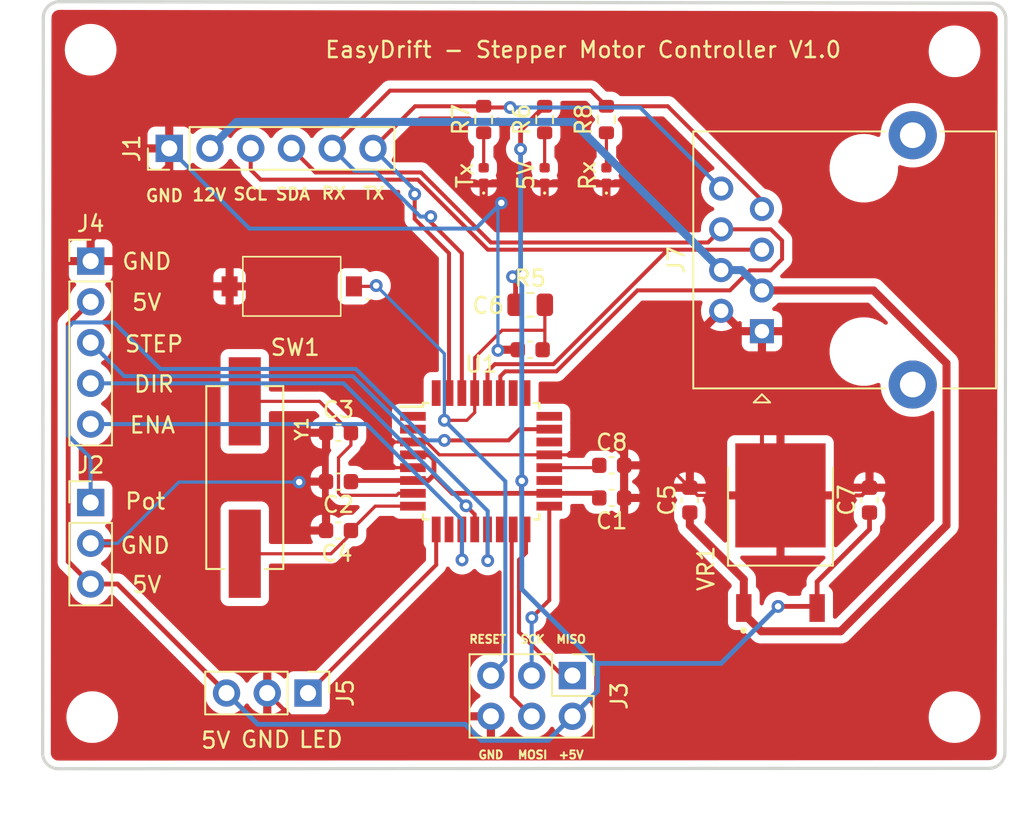
<source format=kicad_pcb>
(kicad_pcb (version 20211014) (generator pcbnew)
  (layers (0 "F.Cu" signal) (31 "B.Cu" signal) (34 "B.Paste" user) (35 "F.Paste" user) (36 "B.SilkS" user "B.Silkscreen") (37 "F.SilkS" user "F.Silkscreen") (38 "B.Mask" user) (39 "F.Mask" user) (44 "Edge.Cuts" user))
  (net 0 "")
  (net 1 "Net-(C3-Pad2)")
  (net 2 "Net-(C4-Pad2)")
  (net 3 "+12V")
  (net 4 "+5V")
  (net 5 "GND")
  (net 6 "/Reset")
  (net 7 "Net-(D5-Pad2)")
  (net 8 "Net-(D6-Pad2)")
  (net 9 "/TXD")
  (net 10 "Net-(D7-Pad2)")
  (net 11 "/RXD")
  (net 14 "/LED")
  (net 16 "/Enable")
  (net 17 "/Dir")
  (net 18 "/Step")
  (net 20 "/MOSI")
  (net 21 "/MISO")
  (net 22 "/SCK")
  (net 24 "Net-(U1-Pad20)")
  (net 26 "/pot")
  (net 30 "/SDA")
  (net 31 "/SCL")
  (footprint "LED_SMD:LED_0402_1005Metric" (layer "F.Cu") (at 153.3 80.743 90)
    (fp_text reference "5V" (at 0 -1.17 90) (layer "F.SilkS"))
    (fp_text value "LED")
    (fp_circle (center -1.09 0) (end -1.04 0) (layer "F.SilkS") (width 0.1) (fill none))
    (pad "1" smd roundrect (at -0.485 0 90) (size 0.59 0.64) (layers "F.Cu" "F.Paste" "F.Mask") (net 5 "GND"))
    (pad "2" smd roundrect (at 0.485 0 90) (size 0.59 0.64) (layers "F.Cu" "F.Paste" "F.Mask") (net 7 "Net-(D5-Pad2)"))
  )
  (footprint "dylan:PTS636SK25SMTRLFS" (layer "F.Cu") (at 137.5375 87.65 180)
    (fp_text reference "SW1" (at -0.213 -3.81) (layer "F.SilkS"))
    (fp_text value "SW_Push")
    (fp_line (start -3.05 1.85) (end -3.05 -1.85) (layer "F.SilkS") (width 0.1))
    (fp_line (start -3.05 -1.85) (end 3.05 -1.85) (layer "F.SilkS") (width 0.1))
    (fp_line (start 3.05 -1.85) (end 3.05 1.85) (layer "F.SilkS") (width 0.1))
    (fp_line (start 3.05 1.85) (end -3.05 1.85) (layer "F.SilkS") (width 0.1))
    (fp_arc (start -4.8 -0.8) (mid -4.75 -0.85) (end -4.7 -0.8) (layer "F.SilkS") (width 0.1))
    (fp_arc (start -4.7 -0.8) (mid -4.75 -0.75) (end -4.8 -0.8) (layer "F.SilkS") (width 0.1))
    (pad "1" smd rect locked (at -3.875 0 270) (size 1.25 1) (layers "F.Cu" "F.Paste" "F.Mask") (net 6 "/Reset"))
    (pad "2" smd rect locked (at 3.875 0 270) (size 1.25 1) (layers "F.Cu" "F.Paste" "F.Mask") (net 5 "GND"))
  )
  (footprint "Capacitor_SMD:C_0603_1608Metric" (layer "F.Cu") (at 157.48 98.806)
    (fp_text reference "C8" (at 0 -1.43) (layer "F.SilkS"))
    (fp_text value "100nF")
    (fp_line (start -0.14058 0.51) (end 0.14058 0.51) (layer "F.SilkS") (width 0.12))
    (fp_line (start -0.14058 -0.51) (end 0.14058 -0.51) (layer "F.SilkS") (width 0.12))
    (pad "1" smd roundrect (at -0.775 0) (size 0.9 0.95) (layers "F.Cu" "F.Paste" "F.Mask") (net 24 "Net-(U1-Pad20)"))
    (pad "2" smd roundrect (at 0.775 0) (size 0.9 0.95) (layers "F.Cu" "F.Paste" "F.Mask") (net 5 "GND"))
  )
  (footprint "MountingHole:MountingHole_2.2mm_M2" (layer "F.Cu") (at 125.1 114.5)
    (fp_text reference "H2" hide)
    (fp_text value "MountingHole" hide)
    (pad "" np_thru_hole circle (at 0 0) (size 2.2 2.2) (drill 2.2) (layers *.Cu *.Mask))
  )
  (footprint "dylan:TO228P991X255-3N" (layer "F.Cu") (at 168 103 90)
    (fp_text reference "VR1" (at -2.23 -4.635 90) (layer "F.SilkS"))
    (fp_text value "LM78M05CDTX_NOPB")
    (fp_line (start -2.058 -3.27) (end -2.058 3.27) (layer "F.SilkS") (width 0.127))
    (fp_line (start 4.043 -3.27) (end -2.058 -3.27) (layer "F.SilkS") (width 0.127))
    (fp_line (start -2.058 3.27) (end 4.043 3.27) (layer "F.SilkS") (width 0.127))
    (fp_circle (center -6.105 -2.3) (end -6.005 -2.3) (layer "F.SilkS") (width 0.2) (fill none))
    (pad "1" smd rect locked (at -4.7 -2.285 90) (size 1.73 0.96) (layers "F.Cu" "F.Paste" "F.Mask") (net 3 "+12V"))
    (pad "3" smd rect locked (at -4.7 2.285 90) (size 1.73 0.96) (layers "F.Cu" "F.Paste" "F.Mask") (net 4 "+5V"))
    (pad "4" smd rect locked (at 2.32 0 90) (size 6.49 5.63) (layers "F.Cu" "F.Mask") (net 5 "GND"))
  )
  (footprint "Connector_RJ:RJ45_Ninigi_GE" (layer "F.Cu") (at 166.845 90.445 90)
    (fp_text reference "J7" (at 4.445 -5.34 90) (layer "F.SilkS"))
    (fp_text value "8P8C")
    (fp_line (start 12.455 11.15) (end 12.455 14.59) (layer "F.SilkS") (width 0.12))
    (fp_line (start -3.933 0) (end -4.441 -0.508) (layer "F.SilkS") (width 0.12))
    (fp_line (start -3.565 -4.28) (end -3.565 7.65) (layer "F.SilkS") (width 0.12))
    (fp_line (start -4.441 0.508) (end -3.933 0) (layer "F.SilkS") (width 0.12))
    (fp_line (start 12.455 14.59) (end -3.565 14.59) (layer "F.SilkS") (width 0.12))
    (fp_line (start 12.455 -4.28) (end -3.565 -4.28) (layer "F.SilkS") (width 0.12))
    (fp_line (start -3.565 11.15) (end -3.565 14.59) (layer "F.SilkS") (width 0.12))
    (fp_line (start -4.441 -0.508) (end -4.441 0.508) (layer "F.SilkS") (width 0.12))
    (fp_line (start 12.455 -4.28) (end 12.455 7.65) (layer "F.SilkS") (width 0.12))
    (pad "" np_thru_hole circle (at -1.27 6.35 90) (size 3.25 3.25) (drill 3.25) (layers *.Cu *.Mask))
    (pad "" np_thru_hole circle (at 10.16 6.35 270) (size 3.25 3.25) (drill 3.25) (layers *.Cu *.Mask))
    (pad "1" thru_hole rect (at 0 0 270) (size 1.5 1.5) (drill 0.9) (layers *.Cu *.Mask) (net 5 "GND"))
    (pad "2" thru_hole circle (at 1.27 -2.54 270) (size 1.5 1.5) (drill 0.9) (layers *.Cu *.Mask) (net 5 "GND"))
    (pad "3" thru_hole circle (at 2.54 0 270) (size 1.5 1.5) (drill 0.9) (layers *.Cu *.Mask) (net 3 "+12V"))
    (pad "4" thru_hole circle (at 3.81 -2.54 270) (size 1.5 1.5) (drill 0.9) (layers *.Cu *.Mask) (net 3 "+12V"))
    (pad "5" thru_hole circle (at 5.08 0 270) (size 1.5 1.5) (drill 0.9) (layers *.Cu *.Mask) (net 31 "/SCL"))
    (pad "6" thru_hole circle (at 6.35 -2.54 270) (size 1.5 1.5) (drill 0.9) (layers *.Cu *.Mask) (net 30 "/SDA"))
    (pad "7" thru_hole circle (at 7.62 0 270) (size 1.5 1.5) (drill 0.9) (layers *.Cu *.Mask) (net 11 "/RXD"))
    (pad "8" thru_hole circle (at 8.89 -2.54 270) (size 1.5 1.5) (drill 0.9) (layers *.Cu *.Mask) (net 9 "/TXD"))
    (pad "SH" thru_hole circle (at -3.325 9.4 90) (size 3 3) (drill 1.6) (layers *.Cu *.Mask))
    (pad "SH" thru_hole circle (at 12.215 9.4 270) (size 3 3) (drill 1.6) (layers *.Cu *.Mask))
  )
  (footprint "Connector_PinHeader_2.54mm:PinHeader_1x03_P2.54mm_Vertical" (layer "F.Cu") (at 125 101.125)
    (fp_text reference "J2" (at 0 -2.33) (layer "F.SilkS"))
    (fp_text value "Pot")
    (fp_line (start -1.33 6.41) (end 1.33 6.41) (layer "F.SilkS") (width 0.12))
    (fp_line (start 1.33 1.27) (end 1.33 6.41) (layer "F.SilkS") (width 0.12))
    (fp_line (start -1.33 -1.33) (end 0 -1.33) (layer "F.SilkS") (width 0.12))
    (fp_line (start -1.33 1.27) (end -1.33 6.41) (layer "F.SilkS") (width 0.12))
    (fp_line (start -1.33 1.27) (end 1.33 1.27) (layer "F.SilkS") (width 0.12))
    (fp_line (start -1.33 0) (end -1.33 -1.33) (layer "F.SilkS") (width 0.12))
    (pad "1" thru_hole rect (at 0 0) (size 1.7 1.7) (drill 1) (layers *.Cu *.Mask) (net 26 "/pot"))
    (pad "2" thru_hole oval (at 0 2.54) (size 1.7 1.7) (drill 1) (layers *.Cu *.Mask) (net 5 "GND"))
    (pad "3" thru_hole oval (at 0 5.08) (size 1.7 1.7) (drill 1) (layers *.Cu *.Mask) (net 4 "+5V"))
  )
  (footprint "MountingHole:MountingHole_2.2mm_M2" (layer "F.Cu") (at 178.85 73)
    (fp_text reference "H3" hide)
    (fp_text value "MountingHole" hide)
    (pad "" np_thru_hole circle (at 0 0) (size 2.2 2.2) (drill 2.2) (layers *.Cu *.Mask))
  )
  (footprint "Resistor_SMD:R_0805_2012Metric" (layer "F.Cu") (at 152.4 88.8)
    (fp_text reference "R5" (at 0 -1.65) (layer "F.SilkS"))
    (fp_text value "10k")
    (fp_line (start -0.227064 -0.735) (end 0.227064 -0.735) (layer "F.SilkS") (width 0.12))
    (fp_line (start -0.227064 0.735) (end 0.227064 0.735) (layer "F.SilkS") (width 0.12))
    (pad "1" smd roundrect (at -0.9125 0) (size 1.025 1.4) (layers "F.Cu" "F.Paste" "F.Mask") (roundrect_rratio 0.243902) (net 4 "+5V"))
    (pad "2" smd roundrect (at 0.9125 0) (size 1.025 1.4) (layers "F.Cu" "F.Paste" "F.Mask") (roundrect_rratio 0.243902) (net 6 "/Reset"))
  )
  (footprint "Capacitor_SMD:C_0603_1608Metric" (layer "F.Cu") (at 173.55 100.975 90)
    (fp_text reference "C7" (at 0 -1.43 90) (layer "F.SilkS"))
    (fp_text value "0.1uF")
    (fp_line (start -0.14058 0.51) (end 0.14058 0.51) (layer "F.SilkS") (width 0.12))
    (fp_line (start -0.14058 -0.51) (end 0.14058 -0.51) (layer "F.SilkS") (width 0.12))
    (pad "1" smd roundrect (at -0.775 0 90) (size 0.9 0.95) (layers "F.Cu" "F.Paste" "F.Mask") (net 4 "+5V"))
    (pad "2" smd roundrect (at 0.775 0 90) (size 0.9 0.95) (layers "F.Cu" "F.Paste" "F.Mask") (net 5 "GND"))
  )
  (footprint "LED_SMD:LED_0402_1005Metric" (layer "F.Cu") (at 157.15 80.743 90)
    (fp_text reference "Rx" (at 0 -1.17 90) (layer "F.SilkS"))
    (fp_text value "LED")
    (fp_circle (center -1.09 0) (end -1.04 0) (layer "F.SilkS") (width 0.1) (fill none))
    (pad "1" smd roundrect (at -0.485 0 90) (size 0.59 0.64) (layers "F.Cu" "F.Paste" "F.Mask") (net 5 "GND"))
    (pad "2" smd roundrect (at 0.485 0 90) (size 0.59 0.64) (layers "F.Cu" "F.Paste" "F.Mask") (net 10 "Net-(D7-Pad2)"))
  )
  (footprint "MountingHole:MountingHole_2.2mm_M2" (layer "F.Cu") (at 178.85 114.5)
    (fp_text reference "H4" hide)
    (fp_text value "MountingHole" hide)
    (pad "" np_thru_hole circle (at 0 0) (size 2.2 2.2) (drill 2.2) (layers *.Cu *.Mask))
  )
  (footprint "Capacitor_SMD:C_0603_1608Metric" (layer "F.Cu") (at 140.449 96.774)
    (fp_text reference "C3" (at 0 -1.43) (layer "F.SilkS"))
    (fp_text value "22pf")
    (fp_line (start -0.14058 -0.51) (end 0.14058 -0.51) (layer "F.SilkS") (width 0.12))
    (fp_line (start -0.14058 0.51) (end 0.14058 0.51) (layer "F.SilkS") (width 0.12))
    (pad "1" smd roundrect (at -0.775 0) (size 0.9 0.95) (layers "F.Cu" "F.Paste" "F.Mask") (net 5 "GND"))
    (pad "2" smd roundrect (at 0.775 0) (size 0.9 0.95) (layers "F.Cu" "F.Paste" "F.Mask") (net 1 "Net-(C3-Pad2)"))
  )
  (footprint "Capacitor_SMD:C_0603_1608Metric" (layer "F.Cu") (at 157.48 100.838 180)
    (fp_text reference "C1" (at 0 -1.43) (layer "F.SilkS"))
    (fp_text value "100nF")
    (fp_line (start -0.14058 0.51) (end 0.14058 0.51) (layer "F.SilkS") (width 0.12))
    (fp_line (start -0.14058 -0.51) (end 0.14058 -0.51) (layer "F.SilkS") (width 0.12))
    (pad "1" smd roundrect (at -0.775 0 180) (size 0.9 0.95) (layers "F.Cu" "F.Paste" "F.Mask") (net 5 "GND"))
    (pad "2" smd roundrect (at 0.775 0 180) (size 0.9 0.95) (layers "F.Cu" "F.Paste" "F.Mask") (net 4 "+5V"))
  )
  (footprint "Capacitor_SMD:C_0603_1608Metric" (layer "F.Cu") (at 140.449 102.87)
    (fp_text reference "C4" (at -0.099 1.43) (layer "F.SilkS"))
    (fp_text value "22pf")
    (fp_line (start -0.14058 -0.51) (end 0.14058 -0.51) (layer "F.SilkS") (width 0.12))
    (fp_line (start -0.14058 0.51) (end 0.14058 0.51) (layer "F.SilkS") (width 0.12))
    (pad "1" smd roundrect (at -0.775 0) (size 0.9 0.95) (layers "F.Cu" "F.Paste" "F.Mask") (net 5 "GND"))
    (pad "2" smd roundrect (at 0.775 0) (size 0.9 0.95) (layers "F.Cu" "F.Paste" "F.Mask") (net 2 "Net-(C4-Pad2)"))
  )
  (footprint "Connector_PinHeader_2.54mm:PinHeader_2x03_P2.54mm_Vertical" (layer "F.Cu") (at 155.03 111.91 -90)
    (fp_text reference "J3" (at 1.27 -2.92 90) (layer "F.SilkS"))
    (fp_text value "Bootloader Pins" hide)
    (fp_line (start -1.33 0) (end -1.33 -1.33) (layer "F.SilkS") (width 0.12))
    (fp_line (start 1.27 -1.33) (end 3.87 -1.33) (layer "F.SilkS") (width 0.12))
    (fp_line (start -1.33 1.27) (end 1.27 1.27) (layer "F.SilkS") (width 0.12))
    (fp_line (start -1.33 1.27) (end -1.33 6.41) (layer "F.SilkS") (width 0.12))
    (fp_line (start -1.33 -1.33) (end 0 -1.33) (layer "F.SilkS") (width 0.12))
    (fp_line (start -1.33 6.41) (end 3.87 6.41) (layer "F.SilkS") (width 0.12))
    (fp_line (start 3.87 -1.33) (end 3.87 6.41) (layer "F.SilkS") (width 0.12))
    (fp_line (start 1.27 1.27) (end 1.27 -1.33) (layer "F.SilkS") (width 0.12))
    (pad "1" thru_hole rect (at 0 0 270) (size 1.7 1.7) (drill 1) (layers *.Cu *.Mask) (net 21 "/MISO"))
    (pad "2" thru_hole oval (at 2.54 0 270) (size 1.7 1.7) (drill 1) (layers *.Cu *.Mask) (net 4 "+5V"))
    (pad "3" thru_hole oval (at 0 2.54 270) (size 1.7 1.7) (drill 1) (layers *.Cu *.Mask) (net 22 "/SCK"))
    (pad "4" thru_hole oval (at 2.54 2.54 270) (size 1.7 1.7) (drill 1) (layers *.Cu *.Mask) (net 20 "/MOSI"))
    (pad "5" thru_hole oval (at 0 5.08 270) (size 1.7 1.7) (drill 1) (layers *.Cu *.Mask) (net 6 "/Reset"))
    (pad "6" thru_hole oval (at 2.54 5.08 270) (size 1.7 1.7) (drill 1) (layers *.Cu *.Mask) (net 5 "GND"))
  )
  (footprint "Package_QFP:TQFP-32_7x7mm_P0.8mm" (layer "F.Cu") (at 149.339 98.552)
    (fp_text reference "U1" (at 0 -6.05) (layer "F.SilkS"))
    (fp_text value "ATmega328P-AU")
    (fp_line (start 3.625 -3.625) (end 3.3 -3.625) (layer "F.SilkS") (width 0.15))
    (fp_line (start 3.625 -3.625) (end 3.625 -3.3) (layer "F.SilkS") (width 0.15))
    (fp_line (start 3.625 3.625) (end 3.625 3.3) (layer "F.SilkS") (width 0.15))
    (fp_line (start -3.625 -3.625) (end -3.3 -3.625) (layer "F.SilkS") (width 0.15))
    (fp_line (start -3.625 -3.625) (end -3.625 -3.4) (layer "F.SilkS") (width 0.15))
    (fp_line (start -3.625 -3.4) (end -5.05 -3.4) (layer "F.SilkS") (width 0.15))
    (fp_line (start -3.625 3.625) (end -3.625 3.3) (layer "F.SilkS") (width 0.15))
    (fp_line (start 3.625 3.625) (end 3.3 3.625) (layer "F.SilkS") (width 0.15))
    (fp_line (start -3.625 3.625) (end -3.3 3.625) (layer "F.SilkS") (width 0.15))
    (pad "1" smd rect (at -4.25 -2.8) (size 1.6 0.55) (layers "F.Cu" "F.Paste" "F.Mask"))
    (pad "2" smd rect (at -4.25 -2) (size 1.6 0.55) (layers "F.Cu" "F.Paste" "F.Mask"))
    (pad "3" smd rect (at -4.25 -1.2) (size 1.6 0.55) (layers "F.Cu" "F.Paste" "F.Mask") (net 5 "GND"))
    (pad "4" smd rect (at -4.25 -0.4) (size 1.6 0.55) (layers "F.Cu" "F.Paste" "F.Mask") (net 4 "+5V"))
    (pad "5" smd rect (at -4.25 0.4) (size 1.6 0.55) (layers "F.Cu" "F.Paste" "F.Mask") (net 5 "GND"))
    (pad "6" smd rect (at -4.25 1.2) (size 1.6 0.55) (layers "F.Cu" "F.Paste" "F.Mask") (net 4 "+5V"))
    (pad "7" smd rect (at -4.25 2) (size 1.6 0.55) (layers "F.Cu" "F.Paste" "F.Mask") (net 1 "Net-(C3-Pad2)"))
    (pad "8" smd rect (at -4.25 2.8) (size 1.6 0.55) (layers "F.Cu" "F.Paste" "F.Mask") (net 2 "Net-(C4-Pad2)"))
    (pad "9" smd rect (at -2.8 4.25 90) (size 1.6 0.55) (layers "F.Cu" "F.Paste" "F.Mask") (net 14 "/LED"))
    (pad "10" smd rect (at -2 4.25 90) (size 1.6 0.55) (layers "F.Cu" "F.Paste" "F.Mask"))
    (pad "11" smd rect (at -1.2 4.25 90) (size 1.6 0.55) (layers "F.Cu" "F.Paste" "F.Mask") (net 16 "/Enable"))
    (pad "12" smd rect (at -0.4 4.25 90) (size 1.6 0.55) (layers "F.Cu" "F.Paste" "F.Mask") (net 17 "/Dir"))
    (pad "13" smd rect (at 0.4 4.25 90) (size 1.6 0.55) (layers "F.Cu" "F.Paste" "F.Mask") (net 18 "/Step"))
    (pad "14" smd rect (at 1.2 4.25 90) (size 1.6 0.55) (layers "F.Cu" "F.Paste" "F.Mask"))
    (pad "15" smd rect (at 2 4.25 90) (size 1.6 0.55) (layers "F.Cu" "F.Paste" "F.Mask") (net 20 "/MOSI"))
    (pad "16" smd rect (at 2.8 4.25 90) (size 1.6 0.55) (layers "F.Cu" "F.Paste" "F.Mask") (net 21 "/MISO"))
    (pad "17" smd rect (at 4.25 2.8) (size 1.6 0.55) (layers "F.Cu" "F.Paste" "F.Mask") (net 22 "/SCK"))
    (pad "18" smd rect (at 4.25 2) (size 1.6 0.55) (layers "F.Cu" "F.Paste" "F.Mask") (net 4 "+5V"))
    (pad "19" smd rect (at 4.25 1.2) (size 1.6 0.55) (layers "F.Cu" "F.Paste" "F.Mask"))
    (pad "20" smd rect (at 4.25 0.4) (size 1.6 0.55) (layers "F.Cu" "F.Paste" "F.Mask") (net 24 "Net-(U1-Pad20)"))
    (pad "21" smd rect (at 4.25 -0.4) (size 1.6 0.55) (layers "F.Cu" "F.Paste" "F.Mask") (net 5 "GND"))
    (pad "22" smd rect (at 4.25 -1.2) (size 1.6 0.55) (layers "F.Cu" "F.Paste" "F.Mask"))
    (pad "23" smd rect (at 4.25 -2) (size 1.6 0.55) (layers "F.Cu" "F.Paste" "F.Mask") (net 26 "/pot"))
    (pad "24" smd rect (at 4.25 -2.8) (size 1.6 0.55) (layers "F.Cu" "F.Paste" "F.Mask"))
    (pad "25" smd rect (at 2.8 -4.25 90) (size 1.6 0.55) (layers "F.Cu" "F.Paste" "F.Mask"))
    (pad "26" smd rect (at 2 -4.25 90) (size 1.6 0.55) (layers "F.Cu" "F.Paste" "F.Mask"))
    (pad "27" smd rect (at 1.2 -4.25 90) (size 1.6 0.55) (layers "F.Cu" "F.Paste" "F.Mask") (net 30 "/SDA"))
    (pad "28" smd rect (at 0.4 -4.25 90) (size 1.6 0.55) (layers "F.Cu" "F.Paste" "F.Mask") (net 31 "/SCL"))
    (pad "29" smd rect (at -0.4 -4.25 90) (size 1.6 0.55) (layers "F.Cu" "F.Paste" "F.Mask") (net 6 "/Reset"))
    (pad "30" smd rect (at -1.2 -4.25 90) (size 1.6 0.55) (layers "F.Cu" "F.Paste" "F.Mask") (net 11 "/RXD"))
    (pad "31" smd rect (at -2 -4.25 90) (size 1.6 0.55) (layers "F.Cu" "F.Paste" "F.Mask") (net 9 "/TXD"))
    (pad "32" smd rect (at -2.8 -4.25 90) (size 1.6 0.55) (layers "F.Cu" "F.Paste" "F.Mask"))
  )
  (footprint "MountingHole:MountingHole_2.2mm_M2" (layer "F.Cu") (at 125 72.9)
    (fp_text reference "H1" hide)
    (fp_text value "MountingHole" hide)
    (pad "" np_thru_hole circle (at 0 0) (size 2.2 2.2) (drill 2.2) (layers *.Cu *.Mask))
  )
  (footprint "Resistor_SMD:R_0603_1608Metric" (layer "F.Cu") (at 157.15 77.25 90)
    (fp_text reference "R8" (at 0 -1.43 90) (layer "F.SilkS"))
    (fp_text value "300")
    (fp_line (start -0.237258 0.5225) (end 0.237258 0.5225) (layer "F.SilkS") (width 0.12))
    (fp_line (start -0.237258 -0.5225) (end 0.237258 -0.5225) (layer "F.SilkS") (width 0.12))
    (pad "1" smd roundrect (at -0.825 0 90) (size 0.8 0.95) (layers "F.Cu" "F.Paste" "F.Mask") (net 10 "Net-(D7-Pad2)"))
    (pad "2" smd roundrect (at 0.825 0 90) (size 0.8 0.95) (layers "F.Cu" "F.Paste" "F.Mask") (net 11 "/RXD"))
  )
  (footprint "Resistor_SMD:R_0603_1608Metric" (layer "F.Cu") (at 149.5 77.25 90)
    (fp_text reference "R7" (at 0 -1.43 90) (layer "F.SilkS"))
    (fp_text value "300")
    (fp_line (start -0.237258 0.5225) (end 0.237258 0.5225) (layer "F.SilkS") (width 0.12))
    (fp_line (start -0.237258 -0.5225) (end 0.237258 -0.5225) (layer "F.SilkS") (width 0.12))
    (pad "1" smd roundrect (at -0.825 0 90) (size 0.8 0.95) (layers "F.Cu" "F.Paste" "F.Mask") (net 8 "Net-(D6-Pad2)"))
    (pad "2" smd roundrect (at 0.825 0 90) (size 0.8 0.95) (layers "F.Cu" "F.Paste" "F.Mask") (net 9 "/TXD"))
  )
  (footprint "Connector_PinHeader_2.54mm:PinHeader_1x05_P2.54mm_Vertical" (layer "F.Cu") (at 125 86.075)
    (fp_text reference "J4" (at 0 -2.33) (layer "F.SilkS"))
    (fp_text value "Stepper_Motor")
    (fp_line (start -1.33 1.27) (end -1.33 11.49) (layer "F.SilkS") (width 0.12))
    (fp_line (start -1.33 0) (end -1.33 -1.33) (layer "F.SilkS") (width 0.12))
    (fp_line (start -1.33 -1.33) (end 0 -1.33) (layer "F.SilkS") (width 0.12))
    (fp_line (start -1.33 11.49) (end 1.33 11.49) (layer "F.SilkS") (width 0.12))
    (fp_line (start 1.33 1.27) (end 1.33 11.49) (layer "F.SilkS") (width 0.12))
    (fp_line (start -1.33 1.27) (end 1.33 1.27) (layer "F.SilkS") (width 0.12))
    (pad "1" thru_hole rect (at 0 0) (size 1.7 1.7) (drill 1) (layers *.Cu *.Mask) (net 5 "GND"))
    (pad "2" thru_hole oval (at 0 2.54) (size 1.7 1.7) (drill 1) (layers *.Cu *.Mask) (net 4 "+5V"))
    (pad "3" thru_hole oval (at 0 5.08) (size 1.7 1.7) (drill 1) (layers *.Cu *.Mask) (net 18 "/Step"))
    (pad "4" thru_hole oval (at 0 7.62) (size 1.7 1.7) (drill 1) (layers *.Cu *.Mask) (net 17 "/Dir"))
    (pad "5" thru_hole oval (at 0 10.16) (size 1.7 1.7) (drill 1) (layers *.Cu *.Mask) (net 16 "/Enable"))
  )
  (footprint "Capacitor_SMD:C_0603_1608Metric" (layer "F.Cu") (at 162.35 100.975 90)
    (fp_text reference "C5" (at 0 -1.43 90) (layer "F.SilkS"))
    (fp_text value "0.33 uF")
    (fp_line (start -0.14058 0.51) (end 0.14058 0.51) (layer "F.SilkS") (width 0.12))
    (fp_line (start -0.14058 -0.51) (end 0.14058 -0.51) (layer "F.SilkS") (width 0.12))
    (pad "1" smd roundrect (at -0.775 0 90) (size 0.9 0.95) (layers "F.Cu" "F.Paste" "F.Mask") (net 3 "+12V"))
    (pad "2" smd roundrect (at 0.775 0 90) (size 0.9 0.95) (layers "F.Cu" "F.Paste" "F.Mask") (net 5 "GND"))
  )
  (footprint "Connector_PinHeader_2.54mm:PinHeader_1x06_P2.54mm_Vertical" (layer "F.Cu") (at 129.9 79.05 90)
    (fp_text reference "J1" (at 0 -2.33 90) (layer "F.SilkS"))
    (fp_text value "Pwr/Coms")
    (fp_line (start 1.33 1.27) (end 1.33 14.03) (layer "F.SilkS") (width 0.12))
    (fp_line (start -1.33 0) (end -1.33 -1.33) (layer "F.SilkS") (width 0.12))
    (fp_line (start -1.33 14.03) (end 1.33 14.03) (layer "F.SilkS") (width 0.12))
    (fp_line (start -1.33 1.27) (end 1.33 1.27) (layer "F.SilkS") (width 0.12))
    (fp_line (start -1.33 -1.33) (end 0 -1.33) (layer "F.SilkS") (width 0.12))
    (fp_line (start -1.33 1.27) (end -1.33 14.03) (layer "F.SilkS") (width 0.12))
    (pad "1" thru_hole rect (at 0 0 90) (size 1.7 1.7) (drill 1) (layers *.Cu *.Mask) (net 5 "GND"))
    (pad "2" thru_hole oval (at 0 2.54 90) (size 1.7 1.7) (drill 1) (layers *.Cu *.Mask) (net 3 "+12V"))
    (pad "3" thru_hole oval (at 0 5.08 90) (size 1.7 1.7) (drill 1) (layers *.Cu *.Mask) (net 31 "/SCL"))
    (pad "4" thru_hole oval (at 0 7.62 90) (size 1.7 1.7) (drill 1) (layers *.Cu *.Mask) (net 30 "/SDA"))
    (pad "5" thru_hole oval (at 0 10.16 90) (size 1.7 1.7) (drill 1) (layers *.Cu *.Mask) (net 11 "/RXD"))
    (pad "6" thru_hole oval (at 0 12.7 90) (size 1.7 1.7) (drill 1) (layers *.Cu *.Mask) (net 9 "/TXD"))
  )
  (footprint "LED_SMD:LED_0402_1005Metric" (layer "F.Cu") (at 149.5 80.743 90)
    (fp_text reference "Tx" (at 0 -1.17 90) (layer "F.SilkS"))
    (fp_text value "LED")
    (fp_circle (center -1.09 0) (end -1.04 0) (layer "F.SilkS") (width 0.1) (fill none))
    (pad "1" smd roundrect (at -0.485 0 90) (size 0.59 0.64) (layers "F.Cu" "F.Paste" "F.Mask") (net 5 "GND"))
    (pad "2" smd roundrect (at 0.485 0 90) (size 0.59 0.64) (layers "F.Cu" "F.Paste" "F.Mask") (net 8 "Net-(D6-Pad2)"))
  )
  (footprint "dylan:XTAL_ECS-160-20-5PXDN-TR" (layer "F.Cu") (at 134.607 99.568 -90)
    (fp_text reference "Y1" (at -3.029915 -3.551635 90) (layer "F.SilkS") (effects (font (size 0.789992 0.789992))))
    (fp_text value "Crystal")
    (fp_line (start 5.7 2.4) (end -5.7 2.4) (layer "F.SilkS") (width 0.127))
    (fp_line (start 5.7 1.254) (end 5.7 2.4) (layer "F.SilkS") (width 0.127))
    (fp_line (start -5.7 -1.254) (end -5.7 -2.4) (layer "F.SilkS") (width 0.127))
    (fp_line (start 5.7 -2.4) (end 5.7 -1.254) (layer "F.SilkS") (width 0.127))
    (fp_line (start -5.7 2.4) (end -5.7 1.254) (layer "F.SilkS") (width 0.127))
    (fp_line (start -5.7 -2.4) (end 5.7 -2.4) (layer "F.SilkS") (width 0.127))
    (pad "1" smd rect locked (at -4.75 0 270) (size 5.5 2) (layers "F.Cu" "F.Paste" "F.Mask") (net 1 "Net-(C3-Pad2)"))
    (pad "2" smd rect locked (at 4.75 0 270) (size 5.5 2) (layers "F.Cu" "F.Paste" "F.Mask") (net 2 "Net-(C4-Pad2)"))
  )
  (footprint "Resistor_SMD:R_0603_1608Metric" (layer "F.Cu") (at 153.3 77.25 90)
    (fp_text reference "R6" (at 0 -1.43 90) (layer "F.SilkS"))
    (fp_text value "300")
    (fp_line (start -0.237258 -0.5225) (end 0.237258 -0.5225) (layer "F.SilkS") (width 0.12))
    (fp_line (start -0.237258 0.5225) (end 0.237258 0.5225) (layer "F.SilkS") (width 0.12))
    (pad "1" smd roundrect (at -0.825 0 90) (size 0.8 0.95) (layers "F.Cu" "F.Paste" "F.Mask") (net 7 "Net-(D5-Pad2)"))
    (pad "2" smd roundrect (at 0.825 0 90) (size 0.8 0.95) (layers "F.Cu" "F.Paste" "F.Mask") (net 4 "+5V"))
  )
  (footprint "Capacitor_SMD:C_0603_1608Metric" (layer "F.Cu") (at 152.4 91.6)
    (fp_text reference "C6" (at -2.625 -2.75) (layer "F.SilkS"))
    (fp_text value "100nF")
    (fp_line (start -0.14058 -0.51) (end 0.14058 -0.51) (layer "F.SilkS") (width 0.12))
    (fp_line (start -0.14058 0.51) (end 0.14058 0.51) (layer "F.SilkS") (width 0.12))
    (pad "1" smd roundrect (at -0.775 0) (size 0.9 0.95) (layers "F.Cu" "F.Paste" "F.Mask") (net 5 "GND"))
    (pad "2" smd roundrect (at 0.775 0) (size 0.9 0.95) (layers "F.Cu" "F.Paste" "F.Mask") (net 6 "/Reset"))
  )
  (footprint "Connector_PinHeader_2.54mm:PinHeader_1x03_P2.54mm_Vertical" (layer "F.Cu") (at 138.55 113 -90)
    (fp_text reference "J5" (at 0 -2.33 90) (layer "F.SilkS"))
    (fp_text value "LED")
    (fp_line (start -1.33 1.27) (end -1.33 6.41) (layer "F.SilkS") (width 0.12))
    (fp_line (start -1.33 1.27) (end 1.33 1.27) (layer "F.SilkS") (width 0.12))
    (fp_line (start -1.33 6.41) (end 1.33 6.41) (layer "F.SilkS") (width 0.12))
    (fp_line (start -1.33 0) (end -1.33 -1.33) (layer "F.SilkS") (width 0.12))
    (fp_line (start -1.33 -1.33) (end 0 -1.33) (layer "F.SilkS") (width 0.12))
    (fp_line (start 1.33 1.27) (end 1.33 6.41) (layer "F.SilkS") (width 0.12))
    (pad "1" thru_hole rect (at 0 0 270) (size 1.7 1.7) (drill 1) (layers *.Cu *.Mask) (net 14 "/LED"))
    (pad "2" thru_hole oval (at 0 2.54 270) (size 1.7 1.7) (drill 1) (layers *.Cu *.Mask) (net 5 "GND"))
    (pad "3" thru_hole oval (at 0 5.08 270) (size 1.7 1.7) (drill 1) (layers *.Cu *.Mask) (net 4 "+5V"))
  )
  (footprint "Capacitor_SMD:C_0603_1608Metric" (layer "F.Cu") (at 140.449 99.822 180)
    (fp_text reference "C2" (at 0 -1.43) (layer "F.SilkS"))
    (fp_text value "100nF")
    (fp_line (start -0.14058 0.51) (end 0.14058 0.51) (layer "F.SilkS") (width 0.12))
    (fp_line (start -0.14058 -0.51) (end 0.14058 -0.51) (layer "F.SilkS") (width 0.12))
    (pad "1" smd roundrect (at -0.775 0 180) (size 0.9 0.95) (layers "F.Cu" "F.Paste" "F.Mask") (net 4 "+5V"))
    (pad "2" smd roundrect (at 0.775 0 180) (size 0.9 0.95) (layers "F.Cu" "F.Paste" "F.Mask") (net 5 "GND"))
  )
  (gr_line (start 180.992893 117.692891) (end 123.007111 117.717768) (layer "Edge.Cuts") (width 0.2))
  (gr_line (start 122.007111 116.742893) (end 122.05 70.907107) (layer "Edge.Cuts") (width 0.2))
  (gr_arc (start 181.05 70) (mid 181.757111 70.292891) (end 182.05 71) (layer "Edge.Cuts") (width 0.2))
  (gr_arc (start 122.05 70.907107) (mid 122.342891 70.199998) (end 123.05 69.907107) (layer "Edge.Cuts") (width 0.2))
  (gr_line (start 182.05 71) (end 181.992893 116.692891) (layer "Edge.Cuts") (width 0.2))
  (gr_line (start 123.05 69.907107) (end 181.05 70) (layer "Edge.Cuts") (width 0.2))
  (gr_arc (start 123.007111 117.717768) (mid 122.301554 117.441185) (end 122.007111 116.742893) (layer "Edge.Cuts") (width 0.2))
  (gr_arc (start 181.992893 116.692891) (mid 181.700002 117.4) (end 180.992893 117.692891) (layer "Edge.Cuts") (width 0.2))
  (gr_text "MOSI" (at 152.55 116.85) (layer "F.SilkS") (effects (font (size 0.5 0.5) (thickness 0.125))))
  (gr_text "ENA" (at 128.85 96.3) (layer "F.SilkS") (effects (font (size 1 1))))
  (gr_text "GND" (at 128.5 86.1) (layer "F.SilkS") (effects (font (size 1 1))))
  (gr_text "RESET" (at 149.75 109.65) (layer "F.SilkS") (effects (font (size 0.5 0.5) (thickness 0.125))))
  (gr_text "STEP" (at 128.95 91.25) (layer "F.SilkS") (effects (font (size 1 1))))
  (gr_text "MISO" (at 154.95 109.65) (layer "F.SilkS") (effects (font (size 0.5 0.5) (thickness 0.125))))
  (gr_text "Pot" (at 128.4 101.05) (layer "F.SilkS") (effects (font (size 1 1))))
  (gr_text "SDA" (at 137.6 81.9) (layer "F.SilkS") (effects (font (size 0.75 0.75))))
  (gr_text "GND" (at 135.9 115.9) (layer "F.SilkS") (effects (font (size 1 1))))
  (gr_text "GND" (at 128.4 103.8) (layer "F.SilkS") (effects (font (size 1 1))))
  (gr_text "SCL" (at 134.95 81.9) (layer "F.SilkS") (effects (font (size 0.75 0.75))))
  (gr_text "EasyDrift - Stepper Motor Controller V1.0" (at 155.7 72.9) (layer "F.SilkS") (effects (font (size 1 1))))
  (gr_text "5V" (at 132.8 115.95) (layer "F.SilkS") (effects (font (size 1 1))))
  (gr_text "LED" (at 139.35 115.9) (layer "F.SilkS") (effects (font (size 1 1))))
  (gr_text "5V" (at 128.5 106.25) (layer "F.SilkS") (effects (font (size 1 1))))
  (gr_text "TX" (at 142.65 81.85) (layer "F.SilkS") (effects (font (size 0.75 0.75))))
  (gr_text "DIR" (at 128.95 93.75) (layer "F.SilkS") (effects (font (size 1 1))))
  (gr_text "12V" (at 132.4 81.95) (layer "F.SilkS") (effects (font (size 0.75 0.75))))
  (gr_text "SCK" (at 152.55 109.65) (layer "F.SilkS") (effects (font (size 0.5 0.5) (thickness 0.125))))
  (gr_text "5V" (at 128.5 88.65) (layer "F.SilkS") (effects (font (size 1 1))))
  (gr_text "+5V" (at 154.95 116.85) (layer "F.SilkS") (effects (font (size 0.5 0.5) (thickness 0.125))))
  (gr_text "GND" (at 129.6 82) (layer "F.SilkS") (effects (font (size 0.75 0.75))))
  (gr_text "RX" (at 140.15 81.85) (layer "F.SilkS") (effects (font (size 0.75 0.75))))
  (gr_text "GND" (at 149.95 116.85) (layer "F.SilkS") (effects (font (size 0.5 0.5) (thickness 0.125))))
  (segment (start 141.224 97.551) (end 140.45 98.325) (width 0.2) (layer "F.Cu") (net 1))
  (segment (start 144.075 100.675) (end 144.198 100.552) (width 0.2) (layer "F.Cu") (net 1))
  (segment (start 144.198 100.552) (end 145.089 100.552) (width 0.2) (layer "F.Cu") (net 1))
  (segment (start 141.224 96.774) (end 141.224 97.551) (width 0.2) (layer "F.Cu") (net 1))
  (segment (start 134.607 94.818) (end 139.268 94.818) (width 0.2) (layer "F.Cu") (net 1))
  (segment (start 139.268 94.818) (end 141.224 96.774) (width 0.2) (layer "F.Cu") (net 1))
  (segment (start 140.6 100.675) (end 144.075 100.675) (width 0.2) (layer "F.Cu") (net 1))
  (segment (start 140.45 98.325) (end 140.45 100.525) (width 0.2) (layer "F.Cu") (net 1))
  (segment (start 140.45 100.525) (end 140.6 100.675) (width 0.2) (layer "F.Cu") (net 1))
  (segment (start 139.982 104.318) (end 134.607 104.318) (width 0.2) (layer "F.Cu") (net 2))
  (segment (start 142.742 101.352) (end 145.089 101.352) (width 0.2) (layer "F.Cu") (net 2))
  (segment (start 141.224 102.87) (end 142.742 101.352) (width 0.2) (layer "F.Cu") (net 2))
  (segment (start 141.224 102.87) (end 141.224 103.076) (width 0.2) (layer "F.Cu") (net 2))
  (segment (start 141.224 103.076) (end 139.982 104.318) (width 0.2) (layer "F.Cu") (net 2))
  (segment (start 178.35 92.45) (end 173.805 87.905) (width 0.5) (layer "F.Cu") (net 3))
  (segment (start 171.75 109.15) (end 178.35 102.55) (width 0.5) (layer "F.Cu") (net 3))
  (segment (start 178.35 102.55) (end 178.35 92.45) (width 0.5) (layer "F.Cu") (net 3))
  (segment (start 165.715 108.065) (end 166.8 109.15) (width 0.5) (layer "F.Cu") (net 3))
  (segment (start 165.715 107.7) (end 165.715 108.065) (width 0.5) (layer "F.Cu") (net 3))
  (segment (start 162.35 102.55) (end 165.715 105.915) (width 0.5) (layer "F.Cu") (net 3))
  (segment (start 165.715 105.915) (end 165.715 107.7) (width 0.5) (layer "F.Cu") (net 3))
  (segment (start 173.805 87.905) (end 166.845 87.905) (width 0.5) (layer "F.Cu") (net 3))
  (segment (start 166.8 109.15) (end 171.75 109.15) (width 0.5) (layer "F.Cu") (net 3))
  (segment (start 162.35 101.75) (end 162.35 102.55) (width 0.5) (layer "F.Cu") (net 3))
  (segment (start 155.07 77.4) (end 164.305 86.635) (width 0.5) (layer "B.Cu") (net 3))
  (segment (start 134.09 77.4) (end 155.07 77.4) (width 0.5) (layer "B.Cu") (net 3))
  (segment (start 165.575 86.635) (end 166.845 87.905) (width 0.5) (layer "B.Cu") (net 3))
  (segment (start 164.305 86.635) (end 165.575 86.635) (width 0.5) (layer "B.Cu") (net 3))
  (segment (start 132.44 79.05) (end 134.09 77.4) (width 0.5) (layer "B.Cu") (net 3))
  (segment (start 156.419 100.552) (end 153.589 100.552) (width 0.3) (layer "F.Cu") (net 4))
  (segment (start 123.6 104.805) (end 123.6 90.015) (width 0.3) (layer "F.Cu") (net 4))
  (segment (start 146.102 98.152) (end 146.4 98.45) (width 0.3) (layer "F.Cu") (net 4))
  (segment (start 151.4875 88.8) (end 151.4875 87.2375) (width 0.3) (layer "F.Cu") (net 4))
  (segment (start 125 106.205) (end 123.6 104.805) (width 0.3) (layer "F.Cu") (net 4))
  (segment (start 153.589 100.552) (end 151.852 100.552) (width 0.3) (layer "F.Cu") (net 4))
  (segment (start 151.852 99.798) (end 151.875 99.775) (width 0.3) (layer "F.Cu") (net 4))
  (segment (start 170.285 106.065) (end 173.55 102.8) (width 0.3) (layer "F.Cu") (net 4))
  (segment (start 151.8 79.1) (end 151.8 77.925) (width 0.3) (layer "F.Cu") (net 4))
  (segment (start 167.85 107.6) (end 170.185 107.6) (width 0.3) (layer "F.Cu") (net 4))
  (segment (start 141.224 99.822) (end 141.294 99.752) (width 0.3) (layer "F.Cu") (net 4))
  (segment (start 151.852 100.552) (end 147.552 100.552) (width 0.3) (layer "F.Cu") (net 4))
  (segment (start 141.294 99.752) (end 145.089 99.752) (width 0.3) (layer "F.Cu") (net 4))
  (segment (start 151.4875 87.2375) (end 151.3 87.05) (width 0.3) (layer "F.Cu") (net 4))
  (segment (start 126.675 106.205) (end 133.47 113) (width 0.3) (layer "F.Cu") (net 4))
  (segment (start 151.8 77.925) (end 153.3 76.425) (width 0.3) (layer "F.Cu") (net 4))
  (segment (start 146.4 99.4) (end 146.048 99.752) (width 0.3) (layer "F.Cu") (net 4))
  (segment (start 173.55 102.8) (end 173.55 101.75) (width 0.3) (layer "F.Cu") (net 4))
  (segment (start 170.285 107.7) (end 170.285 106.065) (width 0.3) (layer "F.Cu") (net 4))
  (segment (start 146.048 99.752) (end 145.089 99.752) (width 0.3) (layer "F.Cu") (net 4))
  (segment (start 151.852 100.552) (end 151.852 99.798) (width 0.3) (layer "F.Cu") (net 4))
  (segment (start 156.705 100.838) (end 156.419 100.552) (width 0.3) (layer "F.Cu") (net 4))
  (segment (start 146.4 98.45) (end 146.4 99.4) (width 0.3) (layer "F.Cu") (net 4))
  (segment (start 170.185 107.6) (end 170.285 107.7) (width 0.3) (layer "F.Cu") (net 4))
  (segment (start 123.6 90.015) (end 125 88.615) (width 0.3) (layer "F.Cu") (net 4))
  (segment (start 147.552 100.552) (end 146.4 99.4) (width 0.3) (layer "F.Cu") (net 4))
  (segment (start 145.089 98.152) (end 146.102 98.152) (width 0.3) (layer "F.Cu") (net 4))
  (segment (start 125 106.205) (end 126.675 106.205) (width 0.3) (layer "F.Cu") (net 4))
  (via (at 151.8 79.1) (size 0.8) (drill 0.4) (layers "F.Cu" "B.Cu") (net 4))
  (via (at 167.85 107.6) (size 0.8) (drill 0.4) (layers "F.Cu" "B.Cu") (net 4))
  (via (at 151.875 99.775) (size 0.8) (drill 0.4) (layers "F.Cu" "B.Cu") (net 4))
  (via (at 151.3 87.05) (size 0.8) (drill 0.4) (layers "F.Cu" "B.Cu") (net 4))
  (segment (start 164.3 111.15) (end 167.85 107.6) (width 0.3) (layer "B.Cu") (net 4))
  (segment (start 151.875 105.0395) (end 151.875 106.525) (width 0.3) (layer "B.Cu") (net 4))
  (segment (start 151.3 87.05) (end 151.8 86.55) (width 0.3) (layer "B.Cu") (net 4))
  (segment (start 152.95 107.6) (end 156.5 111.15) (width 0.3) (layer "B.Cu") (net 4))
  (segment (start 153.53 115.95) (end 155.03 114.45) (width 0.3) (layer "B.Cu") (net 4))
  (segment (start 149.35 115.95) (end 153.53 115.95) (width 0.3) (layer "B.Cu") (net 4))
  (segment (start 151.875 87.625) (end 151.3 87.05) (width 0.3) (layer "B.Cu") (net 4))
  (segment (start 148.35 114.95) (end 149.35 115.95) (width 0.3) (layer "B.Cu") (net 4))
  (segment (start 151.8 86.55) (end 151.8 79.1) (width 0.3) (layer "B.Cu") (net 4))
  (segment (start 151.875 105.0395) (end 151.875 99.775) (width 0.3) (layer "B.Cu") (net 4))
  (segment (start 156.6 111.25) (end 156.5 111.15) (width 0.3) (layer "B.Cu") (net 4))
  (segment (start 135.42 114.95) (end 148.35 114.95) (width 0.3) (layer "B.Cu") (net 4))
  (segment (start 156.6 112.88) (end 156.6 111.25) (width 0.3) (layer "B.Cu") (net 4))
  (segment (start 151.875 99.775) (end 151.875 87.625) (width 0.3) (layer "B.Cu") (net 4))
  (segment (start 133.47 113) (end 135.42 114.95) (width 0.3) (layer "B.Cu") (net 4))
  (segment (start 155.03 114.45) (end 156.6 112.88) (width 0.3) (layer "B.Cu") (net 4))
  (segment (start 156.5 111.15) (end 164.3 111.15) (width 0.3) (layer "B.Cu") (net 4))
  (segment (start 151.875 106.525) (end 152.95 107.6) (width 0.3) (layer "B.Cu") (net 4))
  (segment (start 157.775 97.8) (end 155.975 97.8) (width 0.2) (layer "F.Cu") (net 5))
  (segment (start 139.674 99.822) (end 138.028 99.822) (width 0.2) (layer "F.Cu") (net 5))
  (segment (start 151.278 81.228) (end 153.3 81.228) (width 0.25) (layer "F.Cu") (net 5))
  (segment (start 151.625 91.6) (end 150.424984 91.6) (width 0.2) (layer "F.Cu") (net 5))
  (segment (start 139.674 96.774) (end 139.674 98.324) (width 0.2) (layer "F.Cu") (net 5))
  (segment (start 158.255 98.806) (end 158.255 100.838) (width 0.2) (layer "F.Cu") (net 5))
  (segment (start 165.575 90.445) (end 164.305 89.175) (width 0.25) (layer "F.Cu") (net 5))
  (segment (start 138.028 99.822) (end 138 99.85) (width 0.2) (layer "F.Cu") (net 5))
  (segment (start 162.83 100.68) (end 168 100.68) (width 0.2) (layer "F.Cu") (net 5))
  (segment (start 151.278 81.772) (end 151.278 81.228) (width 0.2) (layer "F.Cu") (net 5))
  (segment (start 173.55 100.2) (end 173.07 100.68) (width 0.25) (layer "F.Cu") (net 5))
  (segment (start 137.46 114.45) (end 149.95 114.45) (width 0.25) (layer "F.Cu") (net 5))
  (segment (start 146.737718 98.152) (end 145.937718 97.352) (width 0.2) (layer "F.Cu") (net 5))
  (segment (start 155.623 98.152) (end 153.589 98.152) (width 0.2) (layer "F.Cu") (net 5))
  (segment (start 132.55 87.65) (end 129.9 85) (width 0.25) (layer "F.Cu") (net 5))
  (segment (start 145.937718 97.352) (end 145.089 97.352) (width 0.2) (layer "F.Cu") (net 5))
  (segment (start 129.9 80) (end 129.9 79.05) (width 0.25) (layer "F.Cu") (net 5))
  (segment (start 162.35 100.2) (end 162.83 100.68) (width 0.2) (layer "F.Cu") (net 5))
  (segment (start 129.9 85) (end 129.9 79.05) (width 0.25) (layer "F.Cu") (net 5))
  (segment (start 166.845 90.445) (end 165.575 90.445) (width 0.25) (layer "F.Cu") (net 5))
  (segment (start 173.07 100.68) (end 168 100.68) (width 0.25) (layer "F.Cu") (net 5))
  (segment (start 160.956 98.806) (end 162.35 100.2) (width 0.2) (layer "F.Cu") (net 5))
  (segment (start 143.775 98.725) (end 144.002 98.952) (width 0.2) (layer "F.Cu") (net 5))
  (segment (start 153.589 98.152) (end 146.737718 98.152) (width 0.2) (layer "F.Cu") (net 5))
  (segment (start 153.3 81.228) (end 157.15 81.228) (width 0.25) (layer "F.Cu") (net 5))
  (segment (start 158.255 98.806) (end 160.956 98.806) (width 0.2) (layer "F.Cu") (net 5))
  (segment (start 125 86.075) (end 125 84.9) (width 0.25) (layer "F.Cu") (net 5))
  (segment (start 133.6625 87.65) (end 132.55 87.65) (width 0.25) (layer "F.Cu") (net 5))
  (segment (start 149.5 81.228) (end 151.278 81.228) (width 0.25) (layer "F.Cu") (net 5))
  (segment (start 145.089 97.352) (end 143.898 97.352) (width 0.2) (layer "F.Cu") (net 5))
  (segment (start 139.674 98.476) (end 139.674 99.822) (width 0.2) (layer "F.Cu") (net 5))
  (segment (start 139.674 102.87) (end 139.674 99.822) (width 0.2) (layer "F.Cu") (net 5))
  (segment (start 158.255 98.806) (end 158.255 98.28) (width 0.2) (layer "F.Cu") (net 5))
  (segment (start 144.002 98.952) (end 145.089 98.952) (width 0.2) (layer "F.Cu") (net 5))
  (segment (start 150.424984 91.6) (end 150.387492 91.637492) (width 0.2) (layer "F.Cu") (net 5))
  (segment (start 150.6 82.45) (end 151.278 81.772) (width 0.2) (layer "F.Cu") (net 5))
  (segment (start 139.674 98.324) (end 139.674 98.476) (width 0.2) (layer "F.Cu") (net 5))
  (segment (start 166.845 90.445) (end 166.845 99.525) (width 0.25) (layer "F.Cu") (net 5))
  (segment (start 155.975 97.8) (end 155.623 98.152) (width 0.2) (layer "F.Cu") (net 5))
  (segment (start 136.01 113) (end 137.46 114.45) (width 0.25) (layer "F.Cu") (net 5))
  (segment (start 158.255 98.28) (end 157.775 97.8) (width 0.2) (layer "F.Cu") (net 5))
  (segment (start 143.898 97.352) (end 143.775 97.475) (width 0.2) (layer "F.Cu") (net 5))
  (segment (start 143.775 97.475) (end 143.775 98.725) (width 0.2) (layer "F.Cu") (net 5))
  (segment (start 166.845 99.525) (end 168 100.68) (width 0.25) (layer "F.Cu") (net 5))
  (segment (start 125 84.9) (end 129.9 80) (width 0.25) (layer "F.Cu") (net 5))
  (via (at 138 99.85) (size 0.8) (drill 0.4) (layers "F.Cu" "B.Cu") (net 5))
  (via (at 150.6 82.45) (size 0.8) (drill 0.4) (layers "F.Cu" "B.Cu") (net 5))
  (via (at 150.387492 91.637492) (size 0.8) (drill 0.4) (layers "F.Cu" "B.Cu") (net 5))
  (segment (start 129.9 79.05) (end 134.9 84.05) (width 0.25) (layer "B.Cu") (net 5))
  (segment (start 150.387492 91.637492) (end 150.387492 88.137492) (width 0.2) (layer "B.Cu") (net 5))
  (segment (start 150.387492 88.137492) (end 150.387492 82.662508) (width 0.2) (layer "B.Cu") (net 5))
  (segment (start 150.387492 82.662508) (end 150.6 82.45) (width 0.2) (layer "B.Cu") (net 5))
  (segment (start 149 84.05) (end 150.6 82.45) (width 0.25) (layer "B.Cu") (net 5))
  (segment (start 138 99.85) (end 130.5 99.85) (width 0.2) (layer "B.Cu") (net 5))
  (segment (start 134.9 84.05) (end 149 84.05) (width 0.25) (layer "B.Cu") (net 5))
  (segment (start 130.5 99.85) (end 126.685 103.665) (width 0.2) (layer "B.Cu") (net 5))
  (segment (start 126.685 103.665) (end 125 103.665) (width 0.2) (layer "B.Cu") (net 5))
  (segment (start 150.648241 90.3875) (end 153.3125 90.3875) (width 0.2) (layer "F.Cu") (net 6))
  (segment (start 141.4125 87.65) (end 142.75 87.65) (width 0.2) (layer "F.Cu") (net 6))
  (segment (start 148.939 92.096741) (end 150.648241 90.3875) (width 0.2) (layer "F.Cu") (net 6))
  (segment (start 148.45 96) (end 148.939 95.511) (width 0.2) (layer "F.Cu") (net 6))
  (segment (start 153.3125 91.4625) (end 153.175 91.6) (width 0.2) (layer "F.Cu") (net 6))
  (segment (start 148.939 95.511) (end 148.939 94.302) (width 0.2) (layer "F.Cu") (net 6))
  (segment (start 147.05 96) (end 148.45 96) (width 0.2) (layer "F.Cu") (net 6))
  (segment (start 153.3125 88.8) (end 153.3125 90.3875) (width 0.2) (layer "F.Cu") (net 6))
  (segment (start 153.3125 90.3875) (end 153.3125 91.4625) (width 0.2) (layer "F.Cu") (net 6))
  (segment (start 148.939 94.302) (end 148.939 92.096741) (width 0.2) (layer "F.Cu") (net 6))
  (segment (start 142.75 87.65) (end 142.8 87.6) (width 0.2) (layer "F.Cu") (net 6))
  (via (at 147.05 96) (size 0.8) (drill 0.4) (layers "F.Cu" "B.Cu") (net 6))
  (via (at 142.8 87.6) (size 0.8) (drill 0.4) (layers "F.Cu" "B.Cu") (net 6))
  (segment (start 150.85 111.01) (end 150.85 99.8) (width 0.25) (layer "B.Cu") (net 6))
  (segment (start 150.85 99.8) (end 147.05 96) (width 0.25) (layer "B.Cu") (net 6))
  (segment (start 147.05 91.85) (end 147.05 96) (width 0.2) (layer "B.Cu") (net 6))
  (segment (start 142.8 87.6) (end 147.05 91.85) (width 0.2) (layer "B.Cu") (net 6))
  (segment (start 149.95 111.91) (end 150.85 111.01) (width 0.25) (layer "B.Cu") (net 6))
  (segment (start 153.3 78.075) (end 153.3 80.258) (width 0.2) (layer "F.Cu") (net 7))
  (segment (start 149.5 78.075) (end 149.5 80.258) (width 0.2) (layer "F.Cu") (net 8))
  (segment (start 147.339 85.589) (end 145.6 83.85) (width 0.25) (layer "F.Cu") (net 9))
  (segment (start 149.575 76.5) (end 149.5 76.425) (width 0.25) (layer "F.Cu") (net 9))
  (segment (start 142.6 79.05) (end 145.225 76.425) (width 0.25) (layer "F.Cu") (net 9))
  (segment (start 151.15 76.5) (end 149.575 76.5) (width 0.25) (layer "F.Cu") (net 9))
  (segment (start 145.6 83.85) (end 145.2 83.45) (width 0.25) (layer "F.Cu") (net 9))
  (segment (start 147.339 94.302) (end 147.339 85.589) (width 0.25) (layer "F.Cu") (net 9))
  (segment (start 145.225 76.425) (end 149.5 76.425) (width 0.25) (layer "F.Cu") (net 9))
  (segment (start 145.2 83.45) (end 145.2 81.9) (width 0.25) (layer "F.Cu") (net 9))
  (via (at 151.15 76.5) (size 0.8) (drill 0.4) (layers "F.Cu" "B.Cu") (net 9))
  (via (at 145.2 81.9) (size 0.8) (drill 0.4) (layers "F.Cu" "B.Cu") (net 9))
  (segment (start 145.2 81.9) (end 145.2 81.65) (width 0.25) (layer "B.Cu") (net 9))
  (segment (start 159.25 76.5) (end 151.15 76.5) (width 0.25) (layer "B.Cu") (net 9))
  (segment (start 164.305 81.555) (end 159.25 76.5) (width 0.25) (layer "B.Cu") (net 9))
  (segment (start 145.2 81.65) (end 142.6 79.05) (width 0.25) (layer "B.Cu") (net 9))
  (segment (start 157.15 78.075) (end 157.15 80.258) (width 0.2) (layer "F.Cu") (net 10))
  (segment (start 166.845 82.295) (end 160.975 76.425) (width 0.25) (layer "F.Cu") (net 11))
  (segment (start 140.06 79.05) (end 143.66 75.45) (width 0.25) (layer "F.Cu") (net 11))
  (segment (start 166.845 82.825) (end 166.845 82.295) (width 0.25) (layer "F.Cu") (net 11))
  (segment (start 143.66 75.45) (end 156.175 75.45) (width 0.25) (layer "F.Cu") (net 11))
  (segment (start 160.975 76.425) (end 157.15 76.425) (width 0.25) (layer "F.Cu") (net 11))
  (segment (start 148.139 85.589) (end 148.139 94.302) (width 0.25) (layer "F.Cu") (net 11))
  (segment (start 156.175 75.45) (end 157.15 76.425) (width 0.25) (layer "F.Cu") (net 11))
  (segment (start 146.2 83.65) (end 146.2 83.3) (width 0.25) (layer "F.Cu") (net 11))
  (segment (start 148.139 85.589) (end 146.2 83.65) (width 0.25) (layer "F.Cu") (net 11))
  (via (at 146.2 83.3) (size 0.8) (drill 0.4) (layers "F.Cu" "B.Cu") (net 11))
  (segment (start 142.7 80.45) (end 141.46 80.45) (width 0.25) (layer "B.Cu") (net 11))
  (segment (start 141.46 80.45) (end 140.06 79.05) (width 0.25) (layer "B.Cu") (net 11))
  (segment (start 145.55 83.3) (end 142.7 80.45) (width 0.25) (layer "B.Cu") (net 11))
  (segment (start 146.2 83.3) (end 145.55 83.3) (width 0.25) (layer "B.Cu") (net 11))
  (segment (start 146.539 102.802) (end 146.539 105.011) (width 0.25) (layer "F.Cu") (net 14))
  (segment (start 146.539 105.011) (end 138.55 113) (width 0.25) (layer "F.Cu") (net 14))
  (segment (start 148.139 104.689) (end 148.15 104.7) (width 0.25) (layer "F.Cu") (net 16))
  (segment (start 148.139 102.802) (end 148.139 104.689) (width 0.25) (layer "F.Cu") (net 16))
  (via (at 148.15 104.7) (size 0.8) (drill 0.4) (layers "F.Cu" "B.Cu") (net 16))
  (segment (start 148.15 104.7) (end 148.15 102.2) (width 0.25) (layer "B.Cu") (net 16))
  (segment (start 142.185 96.235) (end 125 96.235) (width 0.25) (layer "B.Cu") (net 16))
  (segment (start 148.15 102.2) (end 142.185 96.235) (width 0.25) (layer "B.Cu") (net 16))
  (segment (start 148.939 101.864) (end 148.4 101.325) (width 0.25) (layer "F.Cu") (net 17))
  (segment (start 148.939 102.802) (end 148.939 101.864) (width 0.25) (layer "F.Cu") (net 17))
  (via (at 148.4 101.325) (size 0.8) (drill 0.4) (layers "F.Cu" "B.Cu") (net 17))
  (segment (start 125 93.695) (end 140.77 93.695) (width 0.25) (layer "B.Cu") (net 17))
  (segment (start 140.77 93.695) (end 148.4 101.325) (width 0.25) (layer "B.Cu") (net 17))
  (segment (start 149.739 102.802) (end 149.739 104.739) (width 0.25) (layer "F.Cu") (net 18))
  (segment (start 149.739 104.739) (end 149.75 104.75) (width 0.25) (layer "F.Cu") (net 18))
  (via (at 149.75 104.75) (size 0.8) (drill 0.4) (layers "F.Cu" "B.Cu") (net 18))
  (segment (start 149.75 104.75) (end 149.75 101.650386) (width 0.25) (layer "B.Cu") (net 18))
  (segment (start 141.345094 93.24548) (end 127.09048 93.24548) (width 0.25) (layer "B.Cu") (net 18))
  (segment (start 127.09048 93.24548) (end 125 91.155) (width 0.25) (layer "B.Cu") (net 18))
  (segment (start 149.75 101.650386) (end 141.345094 93.24548) (width 0.25) (layer "B.Cu") (net 18))
  (segment (start 151.25 113.21) (end 152.49 114.45) (width 0.25) (layer "F.Cu") (net 20))
  (segment (start 151.25 102.891) (end 151.25 113.21) (width 0.25) (layer "F.Cu") (net 20))
  (segment (start 151.339 102.802) (end 151.25 102.891) (width 0.25) (layer "F.Cu") (net 20))
  (segment (start 151.69952 109.19952) (end 151.69952 104.70048) (width 0.25) (layer "F.Cu") (net 21))
  (segment (start 151.69952 104.70048) (end 152.139 104.261) (width 0.25) (layer "F.Cu") (net 21))
  (segment (start 154.41 111.91) (end 151.69952 109.19952) (width 0.25) (layer "F.Cu") (net 21))
  (segment (start 155.03 111.91) (end 154.41 111.91) (width 0.25) (layer "F.Cu") (net 21))
  (segment (start 152.139 104.261) (end 152.139 102.802) (width 0.25) (layer "F.Cu") (net 21))
  (segment (start 153.589 107.211) (end 153.589 101.352) (width 0.25) (layer "F.Cu") (net 22))
  (segment (start 152.5 108.3) (end 153.589 107.211) (width 0.25) (layer "F.Cu") (net 22))
  (via (at 152.5 108.3) (size 0.8) (drill 0.4) (layers "F.Cu" "B.Cu") (net 22))
  (segment (start 152.49 108.31) (end 152.5 108.3) (width 0.25) (layer "B.Cu") (net 22))
  (segment (start 152.49 111.91) (end 152.49 108.31) (width 0.25) (layer "B.Cu") (net 22))
  (segment (start 156.705 98.806) (end 156.559 98.952) (width 0.2) (layer "F.Cu") (net 24))
  (segment (start 156.559 98.952) (end 153.589 98.952) (width 0.2) (layer "F.Cu") (net 24))
  (segment (start 153.589 96.552) (end 151.748 96.552) (width 0.25) (layer "F.Cu") (net 26))
  (segment (start 151.05 97.25) (end 147.05 97.25) (width 0.25) (layer "F.Cu") (net 26))
  (segment (start 151.748 96.552) (end 151.05 97.25) (width 0.25) (layer "F.Cu") (net 26))
  (via (at 147.05 97.25) (size 0.8) (drill 0.4) (layers "F.Cu" "B.Cu") (net 26))
  (segment (start 145.985331 97.25) (end 147.05 97.25) (width 0.25) (layer "B.Cu") (net 26))
  (segment (start 141.794614 93.059283) (end 145.985331 97.25) (width 0.25) (layer "B.Cu") (net 26))
  (segment (start 125 101.125) (end 125 98.35) (width 0.25) (layer "B.Cu") (net 26))
  (segment (start 124.6 89.9) (end 126.45404 89.9) (width 0.25) (layer "B.Cu") (net 26))
  (segment (start 126.45404 89.9) (end 129.35 92.79596) (width 0.25) (layer "B.Cu") (net 26))
  (segment (start 125 98.35) (end 123.6 96.95) (width 0.25) (layer "B.Cu") (net 26))
  (segment (start 123.6 90.2) (end 123.9 89.9) (width 0.25) (layer "B.Cu") (net 26))
  (segment (start 129.35 92.79596) (end 141.531292 92.79596) (width 0.25) (layer "B.Cu") (net 26))
  (segment (start 123.6 96.95) (end 123.6 90.2) (width 0.25) (layer "B.Cu") (net 26))
  (segment (start 141.531292 92.79596) (end 141.794614 93.059283) (width 0.25) (layer "B.Cu") (net 26))
  (segment (start 123.9 89.9) (end 124.6 89.9) (width 0.25) (layer "B.Cu") (net 26))
  (segment (start 150.84148 92.94952) (end 154.036198 92.94952) (width 0.25) (layer "F.Cu") (net 30))
  (segment (start 164.85 87.9) (end 166.1 86.65) (width 0.25) (layer "F.Cu") (net 30))
  (segment (start 150.539 93.252) (end 150.84148 92.94952) (width 0.25) (layer "F.Cu") (net 30))
  (segment (start 159.085718 87.9) (end 164.85 87.9) (width 0.25) (layer "F.Cu") (net 30))
  (segment (start 168.1 85.95) (end 168.1 84.8) (width 0.25) (layer "F.Cu") (net 30))
  (segment (start 163.48452 84.91548) (end 164.305 84.095) (width 0.25) (layer "F.Cu") (net 30))
  (segment (start 137.52 79.05) (end 139.02048 80.55048) (width 0.25) (layer "F.Cu") (net 30))
  (segment (start 167.395 84.095) (end 164.305 84.095) (width 0.25) (layer "F.Cu") (net 30))
  (segment (start 149.951198 84.91548) (end 163.48452 84.91548) (width 0.25) (layer "F.Cu") (net 30))
  (segment (start 166.1 86.65) (end 167.4 86.65) (width 0.25) (layer "F.Cu") (net 30))
  (segment (start 168.1 84.8) (end 167.395 84.095) (width 0.25) (layer "F.Cu") (net 30))
  (segment (start 139.02048 80.55048) (end 145.586198 80.55048) (width 0.25) (layer "F.Cu") (net 30))
  (segment (start 145.586198 80.55048) (end 149.951198 84.91548) (width 0.25) (layer "F.Cu") (net 30))
  (segment (start 154.036198 92.94952) (end 159.085718 87.9) (width 0.25) (layer "F.Cu") (net 30))
  (segment (start 150.539 94.302) (end 150.539 93.252) (width 0.25) (layer "F.Cu") (net 30))
  (segment (start 167.4 86.65) (end 168.1 85.95) (width 0.25) (layer "F.Cu") (net 30))
  (segment (start 135.6 81) (end 145.4 81) (width 0.25) (layer "F.Cu") (net 31))
  (segment (start 134.98 80.38) (end 135.6 81) (width 0.25) (layer "F.Cu") (net 31))
  (segment (start 160.985 85.365) (end 153.85 92.5) (width 0.25) (layer "F.Cu") (net 31))
  (segment (start 149.765 85.365) (end 160.985 85.365) (width 0.25) (layer "F.Cu") (net 31))
  (segment (start 166.845 85.365) (end 160.985 85.365) (width 0.25) (layer "F.Cu") (net 31))
  (segment (start 145.4 81) (end 149.765 85.365) (width 0.25) (layer "F.Cu") (net 31))
  (segment (start 134.98 79.05) (end 134.98 80.38) (width 0.25) (layer "F.Cu") (net 31))
  (segment (start 150.2 92.5) (end 149.739 92.961) (width 0.25) (layer "F.Cu") (net 31))
  (segment (start 153.85 92.5) (end 150.2 92.5) (width 0.25) (layer "F.Cu") (net 31))
  (segment (start 149.739 92.961) (end 149.739 94.302) (width 0.25) (layer "F.Cu") (net 31))
  (zone (net 5) (net_name "GND") (layer "F.Cu") (connect_pads (clearance 0.508)) (min_thickness 0.254) (fill yes (thermal_gap 0.508) (thermal_bridge_width 0.508))
    (polygon (pts (xy 119.5 69.85) (xy 182.889052 69.918354) (xy 183.189052 120.768354) (xy 119.35 120.8) (xy 119.5 69.8)))
  )
)
</source>
